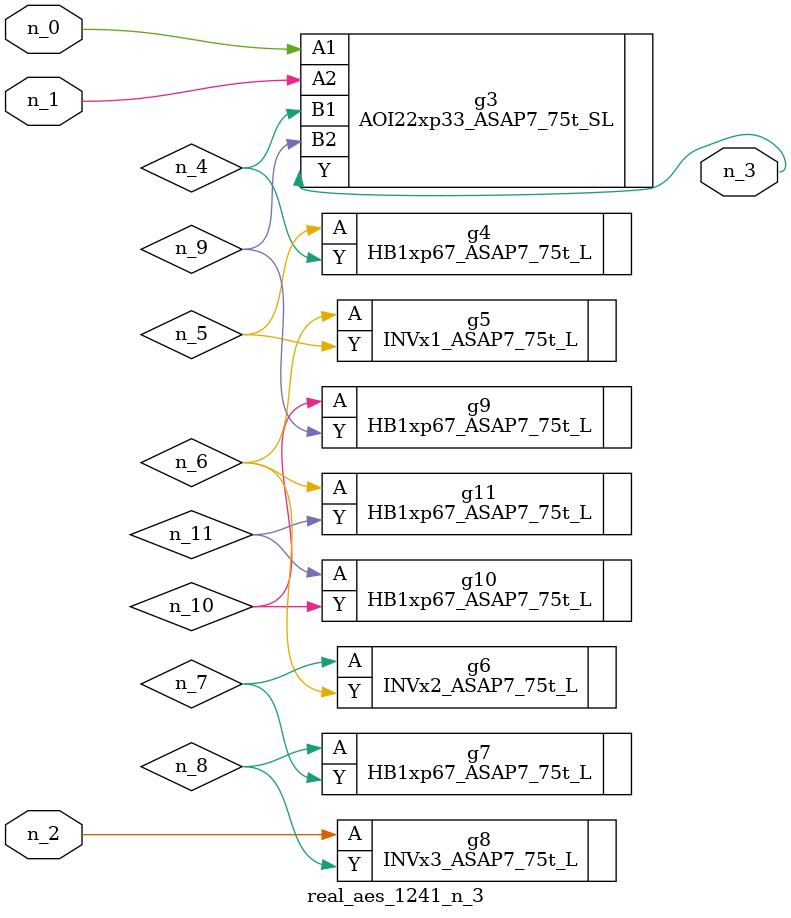
<source format=v>
module real_aes_1241_n_3 (n_0, n_2, n_1, n_3);
input n_0;
input n_2;
input n_1;
output n_3;
wire n_4;
wire n_5;
wire n_7;
wire n_9;
wire n_6;
wire n_8;
wire n_10;
wire n_11;
AOI22xp33_ASAP7_75t_SL g3 ( .A1(n_0), .A2(n_1), .B1(n_4), .B2(n_9), .Y(n_3) );
INVx3_ASAP7_75t_L g8 ( .A(n_2), .Y(n_8) );
HB1xp67_ASAP7_75t_L g4 ( .A(n_5), .Y(n_4) );
INVx1_ASAP7_75t_L g5 ( .A(n_6), .Y(n_5) );
HB1xp67_ASAP7_75t_L g11 ( .A(n_6), .Y(n_11) );
INVx2_ASAP7_75t_L g6 ( .A(n_7), .Y(n_6) );
HB1xp67_ASAP7_75t_L g7 ( .A(n_8), .Y(n_7) );
HB1xp67_ASAP7_75t_L g9 ( .A(n_10), .Y(n_9) );
HB1xp67_ASAP7_75t_L g10 ( .A(n_11), .Y(n_10) );
endmodule
</source>
